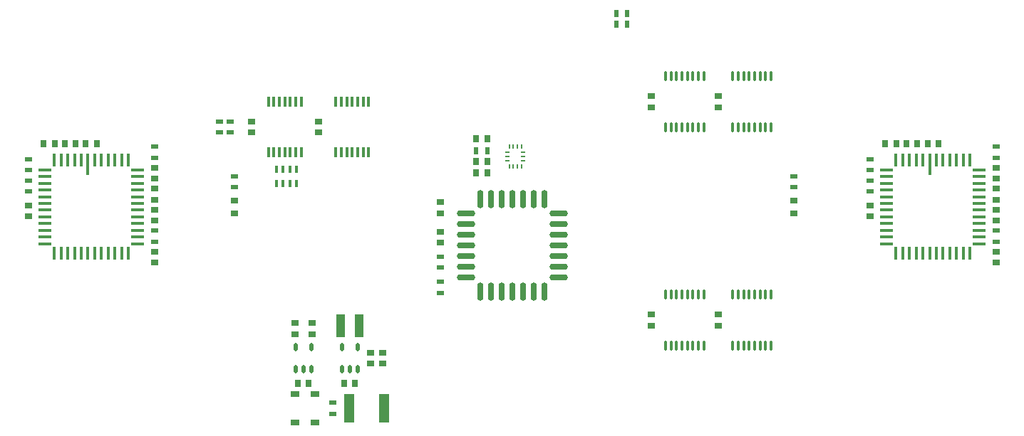
<source format=gtp>
G04 Layer_Color=8421504*
%FSLAX44Y44*%
%MOMM*%
G71*
G01*
G75*
%ADD10R,0.9000X0.7000*%
%ADD11R,0.7000X0.9000*%
%ADD12R,0.9000X0.8000*%
%ADD13R,0.8500X0.6000*%
%ADD14R,0.6000X0.8500*%
%ADD15O,0.4000X0.9000*%
%ADD17O,0.4000X1.6000*%
%ADD18O,0.4000X2.6000*%
%ADD19O,1.6000X0.4000*%
%ADD20O,0.7600X2.2000*%
%ADD21O,2.2000X0.7600*%
%ADD22R,1.0000X2.7000*%
%ADD23O,0.5500X1.0000*%
%ADD24R,1.3000X3.4000*%
%ADD25R,1.0000X0.7000*%
%ADD26O,0.3500X1.2000*%
%ADD27O,0.4000X1.2000*%
%ADD28O,0.5500X0.2500*%
%ADD29O,0.2500X0.5500*%
D10*
X775000Y138500D02*
D03*
Y151500D02*
D03*
X855000Y138500D02*
D03*
Y151500D02*
D03*
Y398500D02*
D03*
Y411500D02*
D03*
X775000Y398500D02*
D03*
Y411500D02*
D03*
X1185000Y213500D02*
D03*
Y226500D02*
D03*
X1035000Y281500D02*
D03*
Y268500D02*
D03*
X1185000Y326500D02*
D03*
Y313500D02*
D03*
Y288500D02*
D03*
Y301500D02*
D03*
Y276500D02*
D03*
Y263500D02*
D03*
X185000Y213500D02*
D03*
Y226500D02*
D03*
X35000Y281500D02*
D03*
Y268500D02*
D03*
X185000Y326500D02*
D03*
Y313500D02*
D03*
Y288500D02*
D03*
Y301500D02*
D03*
Y276500D02*
D03*
Y263500D02*
D03*
X525000Y272500D02*
D03*
Y285500D02*
D03*
Y237500D02*
D03*
Y250500D02*
D03*
X380000Y381500D02*
D03*
Y368500D02*
D03*
X300000Y381500D02*
D03*
Y368500D02*
D03*
X372000Y141500D02*
D03*
Y128500D02*
D03*
X352000Y141500D02*
D03*
Y128500D02*
D03*
X442000Y93500D02*
D03*
Y106500D02*
D03*
X456000Y93500D02*
D03*
Y106500D02*
D03*
D11*
X1078500Y355000D02*
D03*
X1091500D02*
D03*
X1053500D02*
D03*
X1066500D02*
D03*
X1116500D02*
D03*
X1103500D02*
D03*
X78500D02*
D03*
X91500D02*
D03*
X53500D02*
D03*
X66500D02*
D03*
X116500D02*
D03*
X103500D02*
D03*
X567500Y361000D02*
D03*
X580500D02*
D03*
X567500Y320000D02*
D03*
X580500D02*
D03*
X567500Y334000D02*
D03*
X580500D02*
D03*
X368500Y70000D02*
D03*
X355500D02*
D03*
X423500D02*
D03*
X410500D02*
D03*
D12*
X280000Y272500D02*
D03*
Y287500D02*
D03*
X945000Y272500D02*
D03*
Y287500D02*
D03*
D13*
X1185000Y338500D02*
D03*
Y351500D02*
D03*
X185000Y338500D02*
D03*
Y351500D02*
D03*
X1035000Y336500D02*
D03*
Y323500D02*
D03*
Y311500D02*
D03*
Y298500D02*
D03*
X1185000Y238500D02*
D03*
Y251500D02*
D03*
X35000Y336500D02*
D03*
Y323500D02*
D03*
Y311500D02*
D03*
Y298500D02*
D03*
X185000Y238500D02*
D03*
Y251500D02*
D03*
X525000Y220500D02*
D03*
Y207500D02*
D03*
Y177500D02*
D03*
Y190500D02*
D03*
X280000Y316500D02*
D03*
Y303500D02*
D03*
X945000Y316500D02*
D03*
Y303500D02*
D03*
X397000Y46500D02*
D03*
Y33500D02*
D03*
X262000Y368500D02*
D03*
Y381500D02*
D03*
X275000Y368500D02*
D03*
Y381500D02*
D03*
D14*
X580500Y347000D02*
D03*
X567500D02*
D03*
X746500Y497000D02*
D03*
X733500D02*
D03*
X746500Y510000D02*
D03*
X733500D02*
D03*
D15*
X354000Y324500D02*
D03*
X346000D02*
D03*
X338000D02*
D03*
X330000D02*
D03*
X354000Y307500D02*
D03*
X346000D02*
D03*
X338000D02*
D03*
X330000D02*
D03*
D17*
X1066000Y335250D02*
D03*
X1074000D02*
D03*
X1082000D02*
D03*
X1090000D02*
D03*
X1098000D02*
D03*
X1114000D02*
D03*
X1122000D02*
D03*
X1130000D02*
D03*
X1138000D02*
D03*
X1146000D02*
D03*
X1154000D02*
D03*
Y224750D02*
D03*
X1146000D02*
D03*
X1138000D02*
D03*
X1130000D02*
D03*
X1122000D02*
D03*
X1114000D02*
D03*
X1106000D02*
D03*
X1098000D02*
D03*
X1090000D02*
D03*
X1082000D02*
D03*
X1074000D02*
D03*
X1066000D02*
D03*
X66000Y335250D02*
D03*
X74000D02*
D03*
X82000D02*
D03*
X90000D02*
D03*
X98000D02*
D03*
X114000D02*
D03*
X122000D02*
D03*
X130000D02*
D03*
X138000D02*
D03*
X146000D02*
D03*
X154000D02*
D03*
Y224750D02*
D03*
X146000D02*
D03*
X138000D02*
D03*
X130000D02*
D03*
X122000D02*
D03*
X114000D02*
D03*
X106000D02*
D03*
X98000D02*
D03*
X90000D02*
D03*
X82000D02*
D03*
X74000D02*
D03*
X66000D02*
D03*
D18*
X1106000Y330250D02*
D03*
X106000D02*
D03*
D19*
X1165250Y324000D02*
D03*
Y316000D02*
D03*
Y308000D02*
D03*
Y300000D02*
D03*
Y292000D02*
D03*
Y284000D02*
D03*
Y276000D02*
D03*
Y268000D02*
D03*
Y260000D02*
D03*
Y252000D02*
D03*
Y244000D02*
D03*
Y236000D02*
D03*
X1054750D02*
D03*
Y244000D02*
D03*
Y252000D02*
D03*
Y260000D02*
D03*
Y268000D02*
D03*
Y276000D02*
D03*
Y284000D02*
D03*
Y292000D02*
D03*
Y300000D02*
D03*
Y308000D02*
D03*
Y316000D02*
D03*
Y324000D02*
D03*
X165250D02*
D03*
Y316000D02*
D03*
Y308000D02*
D03*
Y300000D02*
D03*
Y292000D02*
D03*
Y284000D02*
D03*
Y276000D02*
D03*
Y268000D02*
D03*
Y260000D02*
D03*
Y252000D02*
D03*
Y244000D02*
D03*
Y236000D02*
D03*
X54750D02*
D03*
Y244000D02*
D03*
Y252000D02*
D03*
Y260000D02*
D03*
Y268000D02*
D03*
Y276000D02*
D03*
Y284000D02*
D03*
Y292000D02*
D03*
Y300000D02*
D03*
Y308000D02*
D03*
Y316000D02*
D03*
Y324000D02*
D03*
D20*
X571900Y289000D02*
D03*
X584600D02*
D03*
X597300D02*
D03*
X610000D02*
D03*
X622700D02*
D03*
X635400D02*
D03*
X648100D02*
D03*
Y179000D02*
D03*
X635400D02*
D03*
X622700D02*
D03*
X610000D02*
D03*
X597300D02*
D03*
X584600D02*
D03*
X571900D02*
D03*
D21*
X665000Y272100D02*
D03*
Y259400D02*
D03*
Y246700D02*
D03*
Y234000D02*
D03*
Y221300D02*
D03*
Y208600D02*
D03*
Y195900D02*
D03*
X555000D02*
D03*
Y208600D02*
D03*
Y221300D02*
D03*
Y234000D02*
D03*
Y246700D02*
D03*
Y259400D02*
D03*
Y272100D02*
D03*
D22*
X406000Y138000D02*
D03*
X428000D02*
D03*
D23*
X352500Y86750D02*
D03*
X362000D02*
D03*
X371500D02*
D03*
Y113250D02*
D03*
X352500D02*
D03*
X407500Y86750D02*
D03*
X417000D02*
D03*
X426500D02*
D03*
Y113250D02*
D03*
X407500D02*
D03*
D24*
X416000Y40000D02*
D03*
X458000D02*
D03*
D25*
X376000Y23000D02*
D03*
Y57000D02*
D03*
X352000D02*
D03*
Y23000D02*
D03*
D26*
X872251Y114746D02*
D03*
X878751D02*
D03*
X885251D02*
D03*
X891751D02*
D03*
X898251D02*
D03*
X904751D02*
D03*
X911251D02*
D03*
X917751D02*
D03*
X872251Y175246D02*
D03*
X878751D02*
D03*
X885251D02*
D03*
X891751D02*
D03*
X898251D02*
D03*
X904751D02*
D03*
X911251D02*
D03*
X917751D02*
D03*
X837750Y175250D02*
D03*
X831250D02*
D03*
X824750D02*
D03*
X818250D02*
D03*
X811750D02*
D03*
X805250D02*
D03*
X798750D02*
D03*
X792250D02*
D03*
X837750Y114750D02*
D03*
X831250D02*
D03*
X824750D02*
D03*
X818250D02*
D03*
X811750D02*
D03*
X805250D02*
D03*
X798750D02*
D03*
X792250D02*
D03*
X872250Y374750D02*
D03*
X878750D02*
D03*
X885250D02*
D03*
X891750D02*
D03*
X898250D02*
D03*
X904750D02*
D03*
X911250D02*
D03*
X917750D02*
D03*
X872250Y435250D02*
D03*
X878750D02*
D03*
X885250D02*
D03*
X891750D02*
D03*
X898250D02*
D03*
X904750D02*
D03*
X911250D02*
D03*
X917750D02*
D03*
X837750D02*
D03*
X831250D02*
D03*
X824750D02*
D03*
X818250D02*
D03*
X811750D02*
D03*
X805250D02*
D03*
X798750D02*
D03*
X792250D02*
D03*
X837750Y374750D02*
D03*
X831250D02*
D03*
X824750D02*
D03*
X818250D02*
D03*
X811750D02*
D03*
X805250D02*
D03*
X798750D02*
D03*
X792250D02*
D03*
D27*
X320500Y345000D02*
D03*
X327000D02*
D03*
X333500D02*
D03*
X340000D02*
D03*
X346500D02*
D03*
X353000D02*
D03*
X359500D02*
D03*
X320500Y405000D02*
D03*
X327000D02*
D03*
X333500D02*
D03*
X340000D02*
D03*
X346500D02*
D03*
X353000D02*
D03*
X359500D02*
D03*
X439500D02*
D03*
X433000D02*
D03*
X426500D02*
D03*
X420000D02*
D03*
X413500D02*
D03*
X407000D02*
D03*
X400500D02*
D03*
X439500Y345000D02*
D03*
X433000D02*
D03*
X426500D02*
D03*
X420000D02*
D03*
X413500D02*
D03*
X407000D02*
D03*
X400500D02*
D03*
D28*
X623250Y345000D02*
D03*
Y340000D02*
D03*
Y335000D02*
D03*
X604750D02*
D03*
Y340000D02*
D03*
Y345000D02*
D03*
D29*
X621500Y328250D02*
D03*
X616500D02*
D03*
X611500D02*
D03*
X606500D02*
D03*
Y351750D02*
D03*
X611500D02*
D03*
X616500D02*
D03*
X621500D02*
D03*
M02*

</source>
